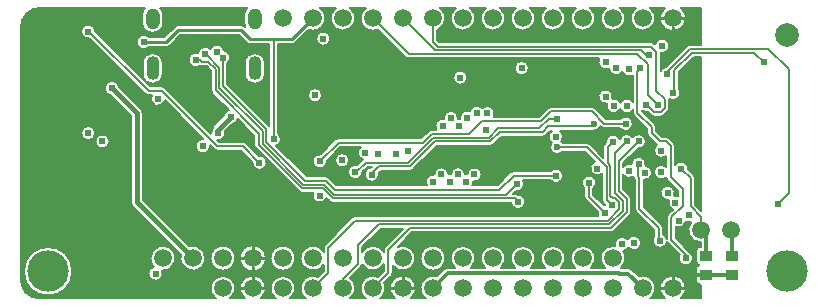
<source format=gbl>
G04 Layer: BottomLayer*
G04 EasyEDA Pro v2.2.34.8, 2025-03-03 01:04:46*
G04 Gerber Generator version 0.3*
G04 Scale: 100 percent, Rotated: No, Reflected: No*
G04 Dimensions in millimeters*
G04 Leading zeros omitted, absolute positions, 4 integers and 5 decimals*
%FSLAX45Y45*%
%MOMM*%
%ADD10C,0.2032*%
%ADD11C,0.254*%
%ADD12C,2.0*%
%ADD13C,3.5*%
%ADD14R,1.0X0.95*%
%ADD15R,1.0X0.95*%
%ADD16R,1.0X0.95*%
%ADD17C,1.5*%
%ADD18O,1.1X2.0*%
%ADD19O,1.2041X1.8*%
%ADD20O,1.2X1.8*%
%ADD21C,0.61*%
%ADD22C,0.6*%
%ADD23C,0.15*%
%ADD24C,0.3*%
%ADD25C,0.25*%
%ADD26C,0.4*%
%ADD27C,0.35*%
%ADD28C,0.2*%
G75*


G04 Copper Start*
G36*
G01X1935163Y40160D02*
G01X1809757Y40160D01*
G03X1750000Y232414I-59757J86840D01*
G03X1690243Y40160I0J-105414D01*
G01X201423Y40160D01*
G01X134079Y59401D01*
G01X87186Y87537D01*
G01X69051Y114739D01*
G01X58264Y142017D01*
G01X40160Y201511D01*
G01X40160Y2348211D01*
G01X57589Y2396149D01*
G01X97208Y2442792D01*
G01X143636Y2482229D01*
G01X201512Y2499840D01*
G01X1090013Y2499840D01*
G03X1065088Y2437503I65488J-62337D01*
G01X1065088Y2377503D01*
G03X1245915Y2377503I90414J0D01*
G01X1245915Y2437503D01*
G03X1220990Y2499840I-90414J0D01*
G01X1955010Y2499840D01*
G03X1930085Y2437503I65488J-62337D01*
G01X1930085Y2377503D01*
G03X1938746Y2338886I90414J0D01*
G01X1935686Y2341946D01*
G03X1905342Y2354515I-30345J-30345D01*
G01X1371601Y2354515D01*
G03X1341257Y2341946I0J-42914D01*
G01X1252224Y2252914D01*
G01X1123233Y2252914D01*
G03X1019087Y2210003I-43232J-42913D01*
G03X1123230Y2167086I60914J-2D01*
G01X1270000Y2167086D01*
G03X1300344Y2179655I0J42914D01*
G01X1389377Y2268687D01*
G01X1887566Y2268687D01*
G01X1952098Y2204155D01*
G03X1982443Y2191586I30345J30345D01*
G01X2142086Y2191586D01*
G01X2142086Y1501532D01*
G01X1787914Y1855704D01*
G01X1787914Y2032324D01*
G03X1808977Y2095238I-37914J47676D01*
G03X1760075Y2140075I-58977J-15238D01*
G03X1706545Y2190561I-60075J-10075D01*
G03X1643465Y2152677I-6545J-60561D01*
G03X1580554Y2167727I-43464J-42677D01*
G03X1539572Y2117679I19446J-57726D01*
G03X1459567Y2052336I-19575J-57683D01*
G03X1553346Y2009022I60430J7661D01*
G03X1571875Y2004186I18529J33078D01*
G01X1612195Y2004186D01*
G01X1650086Y1966295D01*
G01X1650086Y1802000D01*
G03X1661191Y1775191I37914J0D01*
G01X1799148Y1637234D01*
G03X1760176Y1591472I20852J-57234D01*
G01X1674352Y1505648D01*
G03X1659786Y1474482I35648J-35648D01*
G03X1649357Y1434262I50214J-34482D01*
G01X1257309Y1826309D01*
G03X1230500Y1837414I-26809J-26809D01*
G01X1136219Y1837414D01*
G01X670851Y2302782D01*
G03X560969Y2336146I-60850J-2781D01*
G03X625344Y2241052I49031J-36145D01*
G01X1093705Y1772691D01*
G03X1120514Y1761586I26809J26809D01*
G01X1147915Y1761586D01*
G03X1177348Y1673450I52083J-31590D01*
G03X1259486Y1716896I22650J56546D01*
G01X1585742Y1390640D01*
G03X1536924Y1286925I-5745J-60642D01*
G03X1640639Y1335742I43073J43073D01*
G01X1673191Y1303191D01*
G03X1700000Y1292086I26809J26809D01*
G01X1904295Y1292086D01*
G01X1999478Y1196903D01*
G03X2103072Y1146927I60521J-6903D01*
G03X2053097Y1250521I-43073J43073D01*
G01X1946809Y1356809D01*
G03X1919999Y1367914I-26809J-26809D01*
G01X1715705Y1367914D01*
G01X1704262Y1379357D01*
G03X1768449Y1457153I5738J60643D01*
G01X1831472Y1520176D01*
G03X1877234Y1559148I-11472J59824D01*
G01X2016686Y1419696D01*
G01X2016686Y1338058D01*
G03X2027791Y1311249I37914J0D01*
G01X2392450Y946589D01*
G03X2419260Y935484I26809J26809D01*
G01X2514669Y935484D01*
G03X2546684Y853721I55326J-25486D01*
G03X2627138Y888898I23311J56277D01*
G01X2653845Y862191D01*
G03X2680654Y851086I26809J26809D01*
G01X4189742Y851086D01*
G03X4298567Y823234I60258J8914D01*
G03X4242225Y920416I-48567J36766D01*
G03X4221000Y926914I-21225J-31416D01*
G01X4210526Y926914D01*
G01X4233088Y949476D01*
G03X4291768Y1042086I6903J60521D01*
G01X4522324Y1042086D01*
G03X4630914Y1080000I47676J37914D01*
G03X4522324Y1117914I-60914J0D01*
G01X4211046Y1117914D01*
G03X4184237Y1106809I0J-37914D01*
G01X4076341Y998914D01*
G01X3862385Y998914D01*
G03X3870913Y1029768I-52385J31086D01*
G03X3926249Y1129642I9087J60232D01*
G03X3819087Y1090232I-46249J-39642D01*
G03X3800913Y1090232I-9087J-60232D01*
G03X3679086Y1090232I-60913J-232D01*
G03X3660913Y1090232I-9086J-60232D01*
G03X3600000Y1150914I-60913J-232D01*
G03X3539086Y1090232I0J-60914D01*
G03X3477615Y998914I-9086J-60232D01*
G01X2712040Y998914D01*
G01X2648746Y1062207D01*
G03X2621937Y1073312I-26809J-26809D01*
G01X2460645Y1073312D01*
G01X2201100Y1332857D01*
G03X2240145Y1380352I-21100J57143D01*
G03X2217914Y1437676I-60145J9648D01*
G01X2217914Y2191586D01*
G01X2333500Y2191586D01*
G03X2363845Y2204155I0J42914D01*
G01X2474262Y2314573D01*
G03X2605286Y2363909I37738J98427D01*
G03X2571757Y2499840I-93286J49091D01*
G01X2706243Y2499840D01*
G03X2766000Y2307586I59757J-86840D01*
G03X2825757Y2499840I0J105414D01*
G01X2960243Y2499840D01*
G03X2928006Y2361530I59757J-86840D01*
G03X3062742Y2316640I91994J51470D01*
G01X3296191Y2083191D01*
G03X3323000Y2072086I26809J26809D01*
G01X4938222Y2072086D01*
G03X4945757Y1998131I51778J-32086D01*
G03X5019185Y1986533I44243J41869D01*
G03X5132666Y1959393I60815J3467D01*
G03X5222086Y1928224I57324J20603D01*
G01X5222086Y1701584D01*
G03X5115000Y1696182I-52086J-31584D01*
G03X5047395Y1729595I-55000J-26182D01*
G03X4949888Y1795842I-57395J20405D01*
G03X5002605Y1690405I40112J-45842D01*
G03X5036676Y1613728I57395J-20405D01*
G03X5115000Y1643818I23324J56272D01*
G03X5222086Y1638416I55000J26182D01*
G01X5222086Y1610004D01*
G03X5233191Y1583195I37914J0D01*
G01X5342089Y1474296D01*
G01X5342089Y1440001D01*
G03X5353194Y1413191I37914J0D01*
G01X5423194Y1343192D01*
G03X5426071Y1340594I26809J26809D01*
G03X5412501Y1251848I33918J-50597D01*
G03X5502086Y1245971I47488J38149D01*
G01X5502086Y1154037D01*
G03X5399086Y1109864I-42086J-44037D01*
G03X5502282Y1066151I60914J136D01*
G03X5513191Y1043191I37718J3849D01*
G01X5605475Y950906D01*
G01X5605475Y905324D01*
G03X5570628Y910189I-25486J-55326D01*
G03X5478000Y983393I-55631J24813D01*
G03X5524358Y874812I36998J-48391D01*
G03X5559144Y792762I55631J-24813D01*
G01X5519791Y753409D01*
G03X5508686Y726600I26809J-26809D01*
G01X5508686Y546284D01*
G03X5477914Y584135I-58697J-16285D01*
G01X5477914Y635051D01*
G03X5466809Y661860I-37914J0D01*
G01X5314518Y814151D01*
G01X5314518Y1045000D01*
G03X5385472Y1097644I10486J60005D01*
G03X5329219Y1165772I-60468J7360D01*
G03X5276075Y1240607I-59230J14226D01*
G03X5209114Y1177832I-6086J-60609D01*
G03X5138914Y1153191I-19124J-57834D01*
G01X5138914Y1185303D01*
G01X5263086Y1309476D01*
G03X5325495Y1395089I6903J60521D01*
G03X5219996Y1404799I-55506J-25091D01*
G03X5160214Y1430123I-49996J-34799D01*
G03X5111549Y1387147I9786J-60123D01*
G03X5040780Y1428376I-58084J-18350D01*
G03X4992944Y1361894I12685J-59578D01*
G01X4983191Y1352141D01*
G03X4972086Y1325332I26809J-26809D01*
G01X4972086Y1231533D01*
G01X4856819Y1346799D01*
G03X4830010Y1357904I-26809J-26809D01*
G01X4627046Y1357904D01*
G03X4615158Y1369127I-47036J-37914D01*
G03X4606596Y1458686I-45168J40870D01*
G01X4866600Y1458686D01*
G03X4878646Y1460650I0J37914D01*
G03X4946552Y1498763I11344J59339D01*
G01X4952124Y1493191D01*
G03X4978933Y1482086I26809J26809D01*
G01X5112324Y1482086D01*
G03X5220914Y1520000I47676J37914D01*
G03X5112324Y1557914I-60914J0D01*
G01X4994638Y1557914D01*
G01X4902343Y1650209D01*
G03X4875533Y1661314I-26809J-26809D01*
G01X4529560Y1661314D01*
G03X4502750Y1650209I0J-37914D01*
G01X4430455Y1577914D01*
G01X4041778Y1577914D01*
G03X4026727Y1658596I-51778J32086D01*
G03X3945000Y1651055I-36727J-48596D01*
G03X3841504Y1626992I-45000J-41055D01*
G03X3759895Y1560105I-21504J-56992D01*
G03X3750000Y1560914I-9895J-60105D01*
G03X3740105Y1560105I0J-60914D01*
G03X3680000Y1630914I-60105J9895D01*
G03X3619895Y1560105I0J-60914D01*
G03X3560026Y1534830I-9895J-60105D01*
G03X3557035Y1469914I49974J-34830D01*
G01X3518159Y1469914D01*
G03X3491350Y1458809I0J-37914D01*
G01X3430455Y1397914D01*
G01X2729997Y1397914D01*
G03X2703188Y1386809I0J-37914D01*
G01X2576898Y1260519D01*
G03X2526922Y1156925I-6903J-60521D01*
G03X2630516Y1206901I43073J43073D01*
G01X2745702Y1322086D01*
G01X2916319Y1322086D01*
G03X2934353Y1217923I38850J-46917D01*
G01X2933191Y1216809D01*
G01X2885331Y1168949D01*
G03X2820968Y1073846I-15337J-58952D01*
G03X2930845Y1107227I49026J36152D01*
G01X2975704Y1152086D01*
G01X3009468Y1152086D01*
G01X3007337Y1149956D01*
G03X2973771Y1040132I2663J-60856D01*
G03X3068973Y1104355I36230J48969D01*
G01X3085704Y1121086D01*
G01X3332840Y1121086D01*
G03X3359649Y1132191I0J37914D01*
G01X3559545Y1332086D01*
G01X4013840Y1332086D01*
G03X4040650Y1343191I0J37914D01*
G01X4108545Y1411086D01*
G01X4459000Y1411086D01*
G03X4485809Y1422191I0J37914D01*
G01X4522304Y1458686D01*
G01X4533386Y1458686D01*
G03X4534916Y1360195I36605J-48689D01*
G03X4540938Y1273911I45093J-40205D01*
G03X4627046Y1282076I39071J46079D01*
G01X4814306Y1282076D01*
G01X4899148Y1197234D01*
G03X4868264Y1107847I20852J-57234D01*
G03X4962086Y1095963I51737J32153D01*
G01X4962086Y872188D01*
G03X4973191Y845379I37914J0D01*
G01X4983106Y835463D01*
G03X4982714Y828380I60521J-6903D01*
G03X4975631Y827988I-180J-60914D01*
G01X4887017Y916602D01*
G01X4887017Y973223D01*
G03X4849103Y1081813I-37914J47676D01*
G03X4811189Y973223I0J-60914D01*
G01X4811189Y900897D01*
G03X4822293Y874088I37914J0D01*
G01X4922013Y774369D01*
G03X4929269Y737914I60522J-6903D01*
G01X2870000Y737914D01*
G03X2843191Y726809I0J-37914D01*
G01X2613191Y496809D01*
G03X2602086Y470000I26809J-26809D01*
G01X2602086Y435741D01*
G03X2406586Y381000I-90086J-54741D01*
G03X2602086Y326259I105414J0D01*
G01X2602086Y270704D01*
G01X2554742Y223360D01*
G03X2420006Y178470I-42742J-96360D01*
G03X2452243Y40160I91994J-51470D01*
G01X2317757Y40160D01*
G03X2258000Y232414I-59757J86840D01*
G03X2198243Y40160I0J-105414D01*
G01X2072837Y40160D01*
G03X2004000Y237814I-68837J86840D01*
G03X1935163Y40160I0J-110814D01*
G37*
%LPC*%
G36*
G01X64586Y270000D02*
G03X475414Y270000I205414J0D01*
G03X64586Y270000I-205414J0D01*
G37*
G36*
G01X549086Y1440000D02*
G03X670914Y1440000I60914J0D01*
G03X549086Y1440000I-60914J0D01*
G37*
G36*
G01X669086Y1370000D02*
G03X790914Y1370000I60914J0D01*
G03X669086Y1370000I-60914J0D01*
G37*
G36*
G01X969586Y857000D02*
G03X984352Y821352I50414J0D01*
G01X1394890Y410814D01*
G03X1570539Y306461I101110J-29814D01*
G03X1466186Y482110I-74539J74539D01*
G01X1070414Y877882D01*
G01X1070414Y1610001D01*
G03X1055648Y1645649I-50414J0D01*
G01X869824Y1831473D01*
G03X766928Y1863074I-59824J-11472D01*
G03X798528Y1760177I43073J-43073D01*
G01X969586Y1589119D01*
G01X969586Y857000D01*
G37*
G36*
G01X1240915Y1942488D02*
G01X1240915Y2032488D01*
G03X1070088Y2032488I-85414J0D01*
G01X1070088Y1942488D01*
G03X1240915Y1942488I85414J0D01*
G37*
G36*
G01X1153942Y194941D02*
G03X1235177Y275807I26058J55059D01*
G03X1287095Y476281I6823J105193D01*
G03X1164976Y309032I-45095J-95281D01*
G03X1153942Y194941I15024J-59032D01*
G37*
G36*
G01X1855414Y381000D02*
G03X1644586Y381000I-105414J0D01*
G03X1855414Y381000I105414J0D01*
G37*
G36*
G01X2114814Y381000D02*
G03X1893186Y381000I-110814J0D01*
G03X2114814Y381000I110814J0D01*
G37*
G36*
G01X2105912Y1942488D02*
G01X2105912Y2032488D01*
G03X1935085Y2032488I-85414J0D01*
G01X1935085Y1942488D01*
G03X2105912Y1942488I85414J0D01*
G37*
G36*
G01X2363414Y381000D02*
G03X2152586Y381000I-105414J0D01*
G03X2363414Y381000I105414J0D01*
G37*
G36*
G01X2469086Y1760000D02*
G03X2590914Y1760000I60914J0D01*
G03X2469086Y1760000I-60914J0D01*
G37*
G36*
G01X2539086Y2240000D02*
G03X2660914Y2240000I60914J0D01*
G03X2539086Y2240000I-60914J0D01*
G37*
G36*
G01X2699086Y1210000D02*
G03X2820914Y1210000I60914J0D01*
G03X2699086Y1210000I-60914J0D01*
G37*
G36*
G01X3699086Y1910000D02*
G03X3820914Y1910000I60914J0D01*
G03X3699086Y1910000I-60914J0D01*
G37*
G36*
G01X4219086Y1990000D02*
G03X4340914Y1990000I60914J0D01*
G03X4219086Y1990000I-60914J0D01*
G37*
%LPD*%
G36*
G01X2960243Y40160D02*
G01X2825757Y40160D01*
G03X2826760Y213141I-59757J86840D01*
G01X2916809Y303191D01*
G03X2927913Y329697I-26809J26809D01*
G03X3112086Y329694I92087J51303D01*
G01X3112086Y272704D01*
G01X3062742Y223360D01*
G03X2928006Y178470I-42742J-96360D01*
G03X2960243Y40160I91994J-51470D01*
G37*
G36*
G01X3277468Y631086D02*
G01X3123191Y476809D01*
G03X3112086Y450000I26809J-26809D01*
G01X3112086Y432306D01*
G03X2927914Y432306I-92086J-51306D01*
G01X2927914Y474296D01*
G01X3084705Y631086D01*
G01X3277468Y631086D01*
G37*
G36*
G01X3205163Y40160D02*
G01X3079757Y40160D01*
G03X3116360Y169742I-59757J86840D01*
G01X3176809Y230191D01*
G03X3187914Y257000I-26809J26809D01*
G01X3187914Y320162D01*
G03X3375695Y353247I86086J60838D01*
G03X3230752Y477134I-101695J27753D01*
G01X3353705Y600086D01*
G01X5035681Y600086D01*
G03X5062490Y611191I0J37914D01*
G01X5195837Y744538D01*
G03X5206942Y771347I-26809J26809D01*
G01X5206942Y880502D01*
G03X5195837Y907311I-37914J0D01*
G01X5138914Y964234D01*
G01X5138914Y1086805D01*
G03X5224650Y1069906I51076J33193D01*
G03X5234795Y1051574I36954J8477D01*
G01X5238690Y1047679D01*
G01X5238690Y798447D01*
G03X5249795Y771638I37914J0D01*
G01X5402086Y619346D01*
G01X5402086Y567626D01*
G03X5426405Y473836I47903J-37627D01*
G03X5510395Y522146I23584J56163D01*
G03X5519791Y506591I36205J11254D01*
G01X5616769Y409613D01*
G03X5685745Y321156I53231J-29613D01*
G03X5701331Y432239I-15745J58844D01*
G01X5700209Y433409D01*
G01X5584514Y549105D01*
G01X5584514Y644674D01*
G03X5638098Y645954I25486J55326D01*
G03X5669927Y689079I-28098J54046D01*
G03X5713352Y685432I26473J54861D01*
G03X5794586Y514596I82648J-65432D01*
G01X5794586Y477914D01*
G01X5790000Y477914D01*
G03X5759586Y447500I0J-30414D01*
G01X5759586Y352500D01*
G03X5783675Y322751I30414J0D01*
G03X5754186Y287500I6325J-35251D01*
G01X5754186Y192500D01*
G03X5790000Y156686I35814J0D01*
G01X5799840Y156686D01*
G01X5799840Y40160D01*
G01X5628837Y40160D01*
G03X5560000Y237814I-68837J86840D01*
G03X5491163Y40160I0J-110814D01*
G01X5365757Y40160D01*
G03X5400544Y173622I-59757J86840D01*
G03X5273486Y227274I-94544J-46622D01*
G01X5216880Y283880D01*
G03X5183000Y297914I-33880J-33880D01*
G01X5119259Y297914D01*
G01X5117558Y298451D01*
G03X5139473Y439827I-65557J82549D01*
G03X5183427Y470742I-9473J60173D01*
G03X5290614Y516061I46576J39258D01*
G03X5176576Y539258I-60612J-6061D01*
G03X5102017Y554106I-46576J-39258D01*
G03X5071044Y484679I27983J-54106D01*
G03X4956677Y426006I-19044J-103679D01*
G03X4984044Y300414I95323J-45006D01*
G01X4865956Y300414D01*
G03X4798000Y486414I-67956J80586D01*
G03X4730044Y300414I0J-105414D01*
G01X4611956Y300414D01*
G03X4544000Y486414I-67956J80586D01*
G03X4476044Y300414I0J-105414D01*
G01X4357956Y300414D01*
G03X4290000Y486414I-67956J80586D01*
G03X4222044Y300414I0J-105414D01*
G01X4103956Y300414D01*
G03X4036000Y486414I-67956J80586D01*
G03X3968044Y300414I0J-105414D01*
G01X3849956Y300414D01*
G03X3782000Y486414I-67956J80586D01*
G03X3714044Y300414I0J-105414D01*
G01X3653500Y300414D01*
G03X3619620Y286380I0J-47914D01*
G01X3560514Y227274D01*
G03X3433456Y173622I-32514J-100274D01*
G03X3468243Y40160I94544J-46622D01*
G01X3342837Y40160D01*
G03X3274000Y237814I-68837J86840D01*
G03X3205163Y40160I0J-110814D01*
G37*
%LPC*%
G36*
G01X3633414Y381000D02*
G03X3422586Y381000I-105414J0D01*
G03X3633414Y381000I105414J0D01*
G37*
%LPD*%
G36*
G01X3565914Y2314640D02*
G03X3587757Y2499840I-37914J98360D01*
G01X3722243Y2499840D01*
G03X3782000Y2307586I59757J-86840D01*
G03X3841757Y2499840I0J105414D01*
G01X3976243Y2499840D01*
G03X4036000Y2307586I59757J-86840D01*
G03X4095757Y2499840I0J105414D01*
G01X4230243Y2499840D01*
G03X4290000Y2307586I59757J-86840D01*
G03X4349757Y2499840I0J105414D01*
G01X4484243Y2499840D01*
G03X4544000Y2307586I59757J-86840D01*
G03X4603757Y2499840I0J105414D01*
G01X4738243Y2499840D01*
G03X4798000Y2307586I59757J-86840D01*
G03X4857757Y2499840I0J105414D01*
G01X4992243Y2499840D01*
G03X5052000Y2307586I59757J-86840D01*
G03X5111757Y2499840I0J105414D01*
G01X5246243Y2499840D01*
G03X5306000Y2307586I59757J-86840D01*
G03X5365757Y2499840I0J105414D01*
G01X5491163Y2499840D01*
G03X5560000Y2302186I68837J-86840D01*
G03X5628837Y2499840I0J110814D01*
G01X5799840Y2499840D01*
G01X5799840Y2188914D01*
G01X5707160Y2188914D01*
G03X5680350Y2177809I0J-37914D01*
G01X5503055Y2000514D01*
G03X5456153Y1968496I6934J-60518D01*
G01X5456153Y2120681D01*
G03X5521382Y2212717I13847J59319D01*
G03X5410392Y2192548I-51382J-32717D01*
G01X5404131Y2198809D01*
G03X5377322Y2209914I-26809J-26809D01*
G01X3583704Y2209914D01*
G01X3565914Y2227704D01*
G01X3565914Y2314640D01*
G37*
G36*
G01X5735704Y2082086D02*
G01X5799840Y2082086D01*
G01X5799840Y783778D01*
G01X5747914Y835704D01*
G01X5747914Y1059986D01*
G03X5736809Y1086796I-37914J0D01*
G01X5690510Y1133095D01*
G03X5649699Y1197634I-60521J6903D01*
G03X5577914Y1171600I-19711J-57637D01*
G01X5577914Y1330004D01*
G03X5566809Y1356813I-37914J0D01*
G01X5526812Y1396810D01*
G03X5500003Y1407915I-26809J-26809D01*
G01X5465707Y1407915D01*
G01X5417917Y1455705D01*
G01X5417917Y1490001D01*
G03X5406812Y1516810I-37914J0D01*
G01X5297914Y1625708D01*
G01X5297914Y1628222D01*
G03X5345602Y1621118I32086J51778D01*
G01X5376930Y1589791D01*
G03X5403739Y1578686I26809J26809D01*
G01X5456261Y1578686D01*
G03X5483070Y1589791I0J37914D01*
G01X5520209Y1626930D01*
G03X5531314Y1653739I-26809J26809D01*
G01X5531314Y1726600D01*
G01X5531307Y1727326D01*
G03X5608794Y1738482I32092J51774D01*
G03X5611303Y1816727I-45394J40619D01*
G01X5611303Y1957685D01*
G01X5735704Y2082086D01*
G37*
G54D10*
G01X1935163Y40160D02*
G01X1809757Y40160D01*
G03X1750000Y232414I-59757J86840D01*
G03X1690243Y40160I0J-105414D01*
G01X201423Y40160D01*
G01X134079Y59401D01*
G01X87186Y87537D01*
G01X69051Y114739D01*
G01X58264Y142017D01*
G01X40160Y201511D01*
G01X40160Y2348211D01*
G01X57589Y2396149D01*
G01X97208Y2442792D01*
G01X143636Y2482229D01*
G01X201512Y2499840D01*
G01X1090013Y2499840D01*
G03X1065088Y2437503I65488J-62337D01*
G01X1065088Y2377503D01*
G03X1245915Y2377503I90414J0D01*
G01X1245915Y2437503D01*
G03X1220990Y2499840I-90414J0D01*
G01X1955010Y2499840D01*
G03X1930085Y2437503I65488J-62337D01*
G01X1930085Y2377503D01*
G03X1938746Y2338886I90414J0D01*
G01X1935686Y2341946D01*
G03X1905342Y2354515I-30345J-30345D01*
G01X1371601Y2354515D01*
G03X1341257Y2341946I0J-42914D01*
G01X1252224Y2252914D01*
G01X1123233Y2252914D01*
G03X1019087Y2210003I-43232J-42913D01*
G03X1123230Y2167086I60914J-2D01*
G01X1270000Y2167086D01*
G03X1300344Y2179655I0J42914D01*
G01X1389377Y2268687D01*
G01X1887566Y2268687D01*
G01X1952098Y2204155D01*
G03X1982443Y2191586I30345J30345D01*
G01X2142086Y2191586D01*
G01X2142086Y1501532D01*
G01X1787914Y1855704D01*
G01X1787914Y2032324D01*
G03X1808977Y2095238I-37914J47676D01*
G03X1760075Y2140075I-58977J-15238D01*
G03X1706545Y2190561I-60075J-10075D01*
G03X1643465Y2152677I-6545J-60561D01*
G03X1580554Y2167727I-43464J-42677D01*
G03X1539572Y2117679I19446J-57726D01*
G03X1459567Y2052336I-19575J-57683D01*
G03X1553346Y2009022I60430J7661D01*
G03X1571875Y2004186I18529J33078D01*
G01X1612195Y2004186D01*
G01X1650086Y1966295D01*
G01X1650086Y1802000D01*
G03X1661191Y1775191I37914J0D01*
G01X1799148Y1637234D01*
G03X1760176Y1591472I20852J-57234D01*
G01X1674352Y1505648D01*
G03X1659786Y1474482I35648J-35648D01*
G03X1649357Y1434262I50214J-34482D01*
G01X1257309Y1826309D01*
G03X1230500Y1837414I-26809J-26809D01*
G01X1136219Y1837414D01*
G01X670851Y2302782D01*
G03X560969Y2336146I-60850J-2781D01*
G03X625344Y2241052I49031J-36145D01*
G01X1093705Y1772691D01*
G03X1120514Y1761586I26809J26809D01*
G01X1147915Y1761586D01*
G03X1177348Y1673450I52083J-31590D01*
G03X1259486Y1716896I22650J56546D01*
G01X1585742Y1390640D01*
G03X1536924Y1286925I-5745J-60642D01*
G03X1640639Y1335742I43073J43073D01*
G01X1673191Y1303191D01*
G03X1700000Y1292086I26809J26809D01*
G01X1904295Y1292086D01*
G01X1999478Y1196903D01*
G03X2103072Y1146927I60521J-6903D01*
G03X2053097Y1250521I-43073J43073D01*
G01X1946809Y1356809D01*
G03X1919999Y1367914I-26809J-26809D01*
G01X1715705Y1367914D01*
G01X1704262Y1379357D01*
G03X1768449Y1457153I5738J60643D01*
G01X1831472Y1520176D01*
G03X1877234Y1559148I-11472J59824D01*
G01X2016686Y1419696D01*
G01X2016686Y1338058D01*
G03X2027791Y1311249I37914J0D01*
G01X2392450Y946589D01*
G03X2419260Y935484I26809J26809D01*
G01X2514669Y935484D01*
G03X2546684Y853721I55326J-25486D01*
G03X2627138Y888898I23311J56277D01*
G01X2653845Y862191D01*
G03X2680654Y851086I26809J26809D01*
G01X4189742Y851086D01*
G03X4298567Y823234I60258J8914D01*
G03X4242225Y920416I-48567J36766D01*
G03X4221000Y926914I-21225J-31416D01*
G01X4210526Y926914D01*
G01X4233088Y949476D01*
G03X4291768Y1042086I6903J60521D01*
G01X4522324Y1042086D01*
G03X4630914Y1080000I47676J37914D01*
G03X4522324Y1117914I-60914J0D01*
G01X4211046Y1117914D01*
G03X4184237Y1106809I0J-37914D01*
G01X4076341Y998914D01*
G01X3862385Y998914D01*
G03X3870913Y1029768I-52385J31086D01*
G03X3926249Y1129642I9087J60232D01*
G03X3819087Y1090232I-46249J-39642D01*
G03X3800913Y1090232I-9087J-60232D01*
G03X3679086Y1090232I-60913J-232D01*
G03X3660913Y1090232I-9086J-60232D01*
G03X3600000Y1150914I-60913J-232D01*
G03X3539086Y1090232I0J-60914D01*
G03X3477615Y998914I-9086J-60232D01*
G01X2712040Y998914D01*
G01X2648746Y1062207D01*
G03X2621937Y1073312I-26809J-26809D01*
G01X2460645Y1073312D01*
G01X2201100Y1332857D01*
G03X2240145Y1380352I-21100J57143D01*
G03X2217914Y1437676I-60145J9648D01*
G01X2217914Y2191586D01*
G01X2333500Y2191586D01*
G03X2363845Y2204155I0J42914D01*
G01X2474262Y2314573D01*
G03X2605286Y2363909I37738J98427D01*
G03X2571757Y2499840I-93286J49091D01*
G01X2706243Y2499840D01*
G03X2766000Y2307586I59757J-86840D01*
G03X2825757Y2499840I0J105414D01*
G01X2960243Y2499840D01*
G03X2928006Y2361530I59757J-86840D01*
G03X3062742Y2316640I91994J51470D01*
G01X3296191Y2083191D01*
G03X3323000Y2072086I26809J26809D01*
G01X4938222Y2072086D01*
G03X4945757Y1998131I51778J-32086D01*
G03X5019185Y1986533I44243J41869D01*
G03X5132666Y1959393I60815J3467D01*
G03X5222086Y1928224I57324J20603D01*
G01X5222086Y1701584D01*
G03X5115000Y1696182I-52086J-31584D01*
G03X5047395Y1729595I-55000J-26182D01*
G03X4949888Y1795842I-57395J20405D01*
G03X5002605Y1690405I40112J-45842D01*
G03X5036676Y1613728I57395J-20405D01*
G03X5115000Y1643818I23324J56272D01*
G03X5222086Y1638416I55000J26182D01*
G01X5222086Y1610004D01*
G03X5233191Y1583195I37914J0D01*
G01X5342089Y1474296D01*
G01X5342089Y1440001D01*
G03X5353194Y1413191I37914J0D01*
G01X5423194Y1343192D01*
G03X5426071Y1340594I26809J26809D01*
G03X5412501Y1251848I33918J-50597D01*
G03X5502086Y1245971I47488J38149D01*
G01X5502086Y1154037D01*
G03X5399086Y1109864I-42086J-44037D01*
G03X5502282Y1066151I60914J136D01*
G03X5513191Y1043191I37718J3849D01*
G01X5605475Y950906D01*
G01X5605475Y905324D01*
G03X5570628Y910189I-25486J-55326D01*
G03X5478000Y983393I-55631J24813D01*
G03X5524358Y874812I36998J-48391D01*
G03X5559144Y792762I55631J-24813D01*
G01X5519791Y753409D01*
G03X5508686Y726600I26809J-26809D01*
G01X5508686Y546284D01*
G03X5477914Y584135I-58697J-16285D01*
G01X5477914Y635051D01*
G03X5466809Y661860I-37914J0D01*
G01X5314518Y814151D01*
G01X5314518Y1045000D01*
G03X5385472Y1097644I10486J60005D01*
G03X5329219Y1165772I-60468J7360D01*
G03X5276075Y1240607I-59230J14226D01*
G03X5209114Y1177832I-6086J-60609D01*
G03X5138914Y1153191I-19124J-57834D01*
G01X5138914Y1185303D01*
G01X5263086Y1309476D01*
G03X5325495Y1395089I6903J60521D01*
G03X5219996Y1404799I-55506J-25091D01*
G03X5160214Y1430123I-49996J-34799D01*
G03X5111549Y1387147I9786J-60123D01*
G03X5040780Y1428376I-58084J-18350D01*
G03X4992944Y1361894I12685J-59578D01*
G01X4983191Y1352141D01*
G03X4972086Y1325332I26809J-26809D01*
G01X4972086Y1231533D01*
G01X4856819Y1346799D01*
G03X4830010Y1357904I-26809J-26809D01*
G01X4627046Y1357904D01*
G03X4615158Y1369127I-47036J-37914D01*
G03X4606596Y1458686I-45168J40870D01*
G01X4866600Y1458686D01*
G03X4878646Y1460650I0J37914D01*
G03X4946552Y1498763I11344J59339D01*
G01X4952124Y1493191D01*
G03X4978933Y1482086I26809J26809D01*
G01X5112324Y1482086D01*
G03X5220914Y1520000I47676J37914D01*
G03X5112324Y1557914I-60914J0D01*
G01X4994638Y1557914D01*
G01X4902343Y1650209D01*
G03X4875533Y1661314I-26809J-26809D01*
G01X4529560Y1661314D01*
G03X4502750Y1650209I0J-37914D01*
G01X4430455Y1577914D01*
G01X4041778Y1577914D01*
G03X4026727Y1658596I-51778J32086D01*
G03X3945000Y1651055I-36727J-48596D01*
G03X3841504Y1626992I-45000J-41055D01*
G03X3759895Y1560105I-21504J-56992D01*
G03X3750000Y1560914I-9895J-60105D01*
G03X3740105Y1560105I0J-60914D01*
G03X3680000Y1630914I-60105J9895D01*
G03X3619895Y1560105I0J-60914D01*
G03X3560026Y1534830I-9895J-60105D01*
G03X3557035Y1469914I49974J-34830D01*
G01X3518159Y1469914D01*
G03X3491350Y1458809I0J-37914D01*
G01X3430455Y1397914D01*
G01X2729997Y1397914D01*
G03X2703188Y1386809I0J-37914D01*
G01X2576898Y1260519D01*
G03X2526922Y1156925I-6903J-60521D01*
G03X2630516Y1206901I43073J43073D01*
G01X2745702Y1322086D01*
G01X2916319Y1322086D01*
G03X2934353Y1217923I38850J-46917D01*
G01X2933191Y1216809D01*
G01X2885331Y1168949D01*
G03X2820968Y1073846I-15337J-58952D01*
G03X2930845Y1107227I49026J36152D01*
G01X2975704Y1152086D01*
G01X3009468Y1152086D01*
G01X3007337Y1149956D01*
G03X2973771Y1040132I2663J-60856D01*
G03X3068973Y1104355I36230J48969D01*
G01X3085704Y1121086D01*
G01X3332840Y1121086D01*
G03X3359649Y1132191I0J37914D01*
G01X3559545Y1332086D01*
G01X4013840Y1332086D01*
G03X4040650Y1343191I0J37914D01*
G01X4108545Y1411086D01*
G01X4459000Y1411086D01*
G03X4485809Y1422191I0J37914D01*
G01X4522304Y1458686D01*
G01X4533386Y1458686D01*
G03X4534916Y1360195I36605J-48689D01*
G03X4540938Y1273911I45093J-40205D01*
G03X4627046Y1282076I39071J46079D01*
G01X4814306Y1282076D01*
G01X4899148Y1197234D01*
G03X4868264Y1107847I20852J-57234D01*
G03X4962086Y1095963I51737J32153D01*
G01X4962086Y872188D01*
G03X4973191Y845379I37914J0D01*
G01X4983106Y835463D01*
G03X4982714Y828380I60521J-6903D01*
G03X4975631Y827988I-180J-60914D01*
G01X4887017Y916602D01*
G01X4887017Y973223D01*
G03X4849103Y1081813I-37914J47676D01*
G03X4811189Y973223I0J-60914D01*
G01X4811189Y900897D01*
G03X4822293Y874088I37914J0D01*
G01X4922013Y774369D01*
G03X4929269Y737914I60522J-6903D01*
G01X2870000Y737914D01*
G03X2843191Y726809I0J-37914D01*
G01X2613191Y496809D01*
G03X2602086Y470000I26809J-26809D01*
G01X2602086Y435741D01*
G03X2406586Y381000I-90086J-54741D01*
G03X2602086Y326259I105414J0D01*
G01X2602086Y270704D01*
G01X2554742Y223360D01*
G03X2420006Y178470I-42742J-96360D01*
G03X2452243Y40160I91994J-51470D01*
G01X2317757Y40160D01*
G03X2258000Y232414I-59757J86840D01*
G03X2198243Y40160I0J-105414D01*
G01X2072837Y40160D01*
G03X2004000Y237814I-68837J86840D01*
G03X1935163Y40160I0J-110814D01*
G01X64586Y270000D02*
G03X475414Y270000I205414J0D01*
G03X64586Y270000I-205414J0D01*
G01X549086Y1440000D02*
G03X670914Y1440000I60914J0D01*
G03X549086Y1440000I-60914J0D01*
G01X669086Y1370000D02*
G03X790914Y1370000I60914J0D01*
G03X669086Y1370000I-60914J0D01*
G01X969586Y857000D02*
G03X984352Y821352I50414J0D01*
G01X1394890Y410814D01*
G03X1570539Y306461I101110J-29814D01*
G03X1466186Y482110I-74539J74539D01*
G01X1070414Y877882D01*
G01X1070414Y1610001D01*
G03X1055648Y1645649I-50414J0D01*
G01X869824Y1831473D01*
G03X766928Y1863074I-59824J-11472D01*
G03X798528Y1760177I43073J-43073D01*
G01X969586Y1589119D01*
G01X969586Y857000D01*
G01X1240915Y1942488D02*
G01X1240915Y2032488D01*
G03X1070088Y2032488I-85414J0D01*
G01X1070088Y1942488D01*
G03X1240915Y1942488I85414J0D01*
G01X1153942Y194941D02*
G03X1235177Y275807I26058J55059D01*
G03X1287095Y476281I6823J105193D01*
G03X1164976Y309032I-45095J-95281D01*
G03X1153942Y194941I15024J-59032D01*
G01X1855414Y381000D02*
G03X1644586Y381000I-105414J0D01*
G03X1855414Y381000I105414J0D01*
G01X2114814Y381000D02*
G03X1893186Y381000I-110814J0D01*
G03X2114814Y381000I110814J0D01*
G01X2105912Y1942488D02*
G01X2105912Y2032488D01*
G03X1935085Y2032488I-85414J0D01*
G01X1935085Y1942488D01*
G03X2105912Y1942488I85414J0D01*
G01X2363414Y381000D02*
G03X2152586Y381000I-105414J0D01*
G03X2363414Y381000I105414J0D01*
G01X2469086Y1760000D02*
G03X2590914Y1760000I60914J0D01*
G03X2469086Y1760000I-60914J0D01*
G01X2539086Y2240000D02*
G03X2660914Y2240000I60914J0D01*
G03X2539086Y2240000I-60914J0D01*
G01X2699086Y1210000D02*
G03X2820914Y1210000I60914J0D01*
G03X2699086Y1210000I-60914J0D01*
G01X3699086Y1910000D02*
G03X3820914Y1910000I60914J0D01*
G03X3699086Y1910000I-60914J0D01*
G01X4219086Y1990000D02*
G03X4340914Y1990000I60914J0D01*
G03X4219086Y1990000I-60914J0D01*
G01X2960243Y40160D02*
G01X2825757Y40160D01*
G03X2826760Y213141I-59757J86840D01*
G01X2916809Y303191D01*
G03X2927913Y329697I-26809J26809D01*
G03X3112086Y329694I92087J51303D01*
G01X3112086Y272704D01*
G01X3062742Y223360D01*
G03X2928006Y178470I-42742J-96360D01*
G03X2960243Y40160I91994J-51470D01*
G01X3277468Y631086D02*
G01X3123191Y476809D01*
G03X3112086Y450000I26809J-26809D01*
G01X3112086Y432306D01*
G03X2927914Y432306I-92086J-51306D01*
G01X2927914Y474296D01*
G01X3084705Y631086D01*
G01X3277468Y631086D01*
G01X3205163Y40160D02*
G01X3079757Y40160D01*
G03X3116360Y169742I-59757J86840D01*
G01X3176809Y230191D01*
G03X3187914Y257000I-26809J26809D01*
G01X3187914Y320162D01*
G03X3375695Y353247I86086J60838D01*
G03X3230752Y477134I-101695J27753D01*
G01X3353705Y600086D01*
G01X5035681Y600086D01*
G03X5062490Y611191I0J37914D01*
G01X5195837Y744538D01*
G03X5206942Y771347I-26809J26809D01*
G01X5206942Y880502D01*
G03X5195837Y907311I-37914J0D01*
G01X5138914Y964234D01*
G01X5138914Y1086805D01*
G03X5224650Y1069906I51076J33193D01*
G03X5234795Y1051574I36954J8477D01*
G01X5238690Y1047679D01*
G01X5238690Y798447D01*
G03X5249795Y771638I37914J0D01*
G01X5402086Y619346D01*
G01X5402086Y567626D01*
G03X5426405Y473836I47903J-37627D01*
G03X5510395Y522146I23584J56163D01*
G03X5519791Y506591I36205J11254D01*
G01X5616769Y409613D01*
G03X5685745Y321156I53231J-29613D01*
G03X5701331Y432239I-15745J58844D01*
G01X5700209Y433409D01*
G01X5584514Y549105D01*
G01X5584514Y644674D01*
G03X5638098Y645954I25486J55326D01*
G03X5669927Y689079I-28098J54046D01*
G03X5713352Y685432I26473J54861D01*
G03X5794586Y514596I82648J-65432D01*
G01X5794586Y477914D01*
G01X5790000Y477914D01*
G03X5759586Y447500I0J-30414D01*
G01X5759586Y352500D01*
G03X5783675Y322751I30414J0D01*
G03X5754186Y287500I6325J-35251D01*
G01X5754186Y192500D01*
G03X5790000Y156686I35814J0D01*
G01X5799840Y156686D01*
G01X5799840Y40160D01*
G01X5628837Y40160D01*
G03X5560000Y237814I-68837J86840D01*
G03X5491163Y40160I0J-110814D01*
G01X5365757Y40160D01*
G03X5400544Y173622I-59757J86840D01*
G03X5273486Y227274I-94544J-46622D01*
G01X5216880Y283880D01*
G03X5183000Y297914I-33880J-33880D01*
G01X5119259Y297914D01*
G01X5117558Y298451D01*
G03X5139473Y439827I-65557J82549D01*
G03X5183427Y470742I-9473J60173D01*
G03X5290614Y516061I46576J39258D01*
G03X5176576Y539258I-60612J-6061D01*
G03X5102017Y554106I-46576J-39258D01*
G03X5071044Y484679I27983J-54106D01*
G03X4956677Y426006I-19044J-103679D01*
G03X4984044Y300414I95323J-45006D01*
G01X4865956Y300414D01*
G03X4798000Y486414I-67956J80586D01*
G03X4730044Y300414I0J-105414D01*
G01X4611956Y300414D01*
G03X4544000Y486414I-67956J80586D01*
G03X4476044Y300414I0J-105414D01*
G01X4357956Y300414D01*
G03X4290000Y486414I-67956J80586D01*
G03X4222044Y300414I0J-105414D01*
G01X4103956Y300414D01*
G03X4036000Y486414I-67956J80586D01*
G03X3968044Y300414I0J-105414D01*
G01X3849956Y300414D01*
G03X3782000Y486414I-67956J80586D01*
G03X3714044Y300414I0J-105414D01*
G01X3653500Y300414D01*
G03X3619620Y286380I0J-47914D01*
G01X3560514Y227274D01*
G03X3433456Y173622I-32514J-100274D01*
G03X3468243Y40160I94544J-46622D01*
G01X3342837Y40160D01*
G03X3274000Y237814I-68837J86840D01*
G03X3205163Y40160I0J-110814D01*
G01X3633414Y381000D02*
G03X3422586Y381000I-105414J0D01*
G03X3633414Y381000I105414J0D01*
G01X3565914Y2314640D02*
G03X3587757Y2499840I-37914J98360D01*
G01X3722243Y2499840D01*
G03X3782000Y2307586I59757J-86840D01*
G03X3841757Y2499840I0J105414D01*
G01X3976243Y2499840D01*
G03X4036000Y2307586I59757J-86840D01*
G03X4095757Y2499840I0J105414D01*
G01X4230243Y2499840D01*
G03X4290000Y2307586I59757J-86840D01*
G03X4349757Y2499840I0J105414D01*
G01X4484243Y2499840D01*
G03X4544000Y2307586I59757J-86840D01*
G03X4603757Y2499840I0J105414D01*
G01X4738243Y2499840D01*
G03X4798000Y2307586I59757J-86840D01*
G03X4857757Y2499840I0J105414D01*
G01X4992243Y2499840D01*
G03X5052000Y2307586I59757J-86840D01*
G03X5111757Y2499840I0J105414D01*
G01X5246243Y2499840D01*
G03X5306000Y2307586I59757J-86840D01*
G03X5365757Y2499840I0J105414D01*
G01X5491163Y2499840D01*
G03X5560000Y2302186I68837J-86840D01*
G03X5628837Y2499840I0J110814D01*
G01X5799840Y2499840D01*
G01X5799840Y2188914D01*
G01X5707160Y2188914D01*
G03X5680350Y2177809I0J-37914D01*
G01X5503055Y2000514D01*
G03X5456153Y1968496I6934J-60518D01*
G01X5456153Y2120681D01*
G03X5521382Y2212717I13847J59319D01*
G03X5410392Y2192548I-51382J-32717D01*
G01X5404131Y2198809D01*
G03X5377322Y2209914I-26809J-26809D01*
G01X3583704Y2209914D01*
G01X3565914Y2227704D01*
G01X3565914Y2314640D01*
G01X5735704Y2082086D02*
G01X5799840Y2082086D01*
G01X5799840Y783778D01*
G01X5747914Y835704D01*
G01X5747914Y1059986D01*
G03X5736809Y1086796I-37914J0D01*
G01X5690510Y1133095D01*
G03X5649699Y1197634I-60521J6903D01*
G03X5577914Y1171600I-19711J-57637D01*
G01X5577914Y1330004D01*
G03X5566809Y1356813I-37914J0D01*
G01X5526812Y1396810D01*
G03X5500003Y1407915I-26809J-26809D01*
G01X5465707Y1407915D01*
G01X5417917Y1455705D01*
G01X5417917Y1490001D01*
G03X5406812Y1516810I-37914J0D01*
G01X5297914Y1625708D01*
G01X5297914Y1628222D01*
G03X5345602Y1621118I32086J51778D01*
G01X5376930Y1589791D01*
G03X5403739Y1578686I26809J26809D01*
G01X5456261Y1578686D01*
G03X5483070Y1589791I0J37914D01*
G01X5520209Y1626930D01*
G03X5531314Y1653739I-26809J26809D01*
G01X5531314Y1726600D01*
G01X5531307Y1727326D01*
G03X5608794Y1738482I32092J51774D01*
G03X5611303Y1816727I-45394J40619D01*
G01X5611303Y1957685D01*
G01X5735704Y2082086D01*
G54D11*
G01X5790254Y240000D02*
G01X5764346Y240000D01*
G01X2078746Y381000D02*
G01X2104654Y381000D01*
G01X1929254Y381000D02*
G01X1903346Y381000D01*
G01X2004000Y306254D02*
G01X2004000Y280346D01*
G01X2004000Y455746D02*
G01X2004000Y481654D01*
G01X2078746Y127000D02*
G01X2104654Y127000D01*
G01X1929254Y127000D02*
G01X1903346Y127000D01*
G01X2004000Y201746D02*
G01X2004000Y227654D01*
G01X3348746Y127000D02*
G01X3374654Y127000D01*
G01X3199254Y127000D02*
G01X3173346Y127000D01*
G01X3274000Y201746D02*
G01X3274000Y227654D01*
G01X5560000Y2338254D02*
G01X5560000Y2312346D01*
G01X5485254Y2413000D02*
G01X5459346Y2413000D01*
G01X5634746Y2413000D02*
G01X5660654Y2413000D01*
G01X5634746Y127000D02*
G01X5660654Y127000D01*
G01X5485254Y127000D02*
G01X5459346Y127000D01*
G01X5560000Y201746D02*
G01X5560000Y227654D01*
G04 Copper End*

G04 Pad Start*
G54D12*
G01X6530000Y2270000D03*
G54D13*
G01X6530000Y270000D03*
G01X270000Y270000D03*
G54D14*
G01X6060000Y240000D03*
G54D15*
G01X6060000Y400000D03*
G54D16*
G01X5840000Y400000D03*
G54D14*
G01X5840000Y240000D03*
G54D17*
G01X3782000Y2413000D03*
G01X3528000Y2413000D03*
G01X4036000Y2413000D03*
G01X4290000Y2413000D03*
G01X4544000Y2413000D03*
G01X4798000Y2413000D03*
G01X5306000Y2413000D03*
G01X5052000Y2413000D03*
G01X3020000Y2413000D03*
G01X3274000Y2413000D03*
G01X2766000Y2413000D03*
G01X2512000Y2413000D03*
G01X2258000Y2413000D03*
G01X5560000Y2413000D03*
G01X1242000Y381000D03*
G01X1496000Y381000D03*
G01X3782000Y381000D03*
G01X3528000Y381000D03*
G01X4036000Y381000D03*
G01X4290000Y381000D03*
G01X4544000Y381000D03*
G01X4798000Y381000D03*
G01X5052000Y381000D03*
G01X3274000Y381000D03*
G01X3274000Y127000D03*
G01X5052000Y127000D03*
G01X5306000Y127000D03*
G01X4798000Y127000D03*
G01X4544000Y127000D03*
G01X4290000Y127000D03*
G01X4036000Y127000D03*
G01X5560000Y127000D03*
G01X3528000Y127000D03*
G01X3782000Y127000D03*
G01X3020000Y381000D03*
G01X2766000Y381000D03*
G01X2512000Y381000D03*
G01X2258000Y381000D03*
G01X2004000Y381000D03*
G01X1750000Y381000D03*
G01X1750000Y127000D03*
G01X2004000Y127000D03*
G01X2258000Y127000D03*
G01X2512000Y127000D03*
G01X2766000Y127000D03*
G01X3020000Y127000D03*
G01X5796000Y620000D03*
G01X6050000Y620000D03*
G54D18*
G01X2020499Y1987488D03*
G01X1155502Y1987488D03*
G54D20*
G01X2020499Y2407503D03*
G01X1155502Y2407503D03*
G04 Pad End*

G04 Via Start*
G54D21*
G01X4600000Y860000D03*
G01X1080001Y2210001D03*
G01X1040000Y1990000D03*
G01X6330000Y2040000D03*
G01X6450000Y840000D03*
G01X3610000Y1500000D03*
G01X3680000Y1570000D03*
G01X3750000Y1500000D03*
G01X3900000Y1610000D03*
G01X3820000Y1570000D03*
G01X5340000Y2260000D03*
G01X3150000Y560000D03*
G01X3660000Y2260000D03*
G01X3150000Y2060000D03*
G01X4380000Y1690000D03*
G01X4030000Y1750000D03*
G01X3610000Y2020000D03*
G01X3970000Y790000D03*
G01X3560000Y820000D03*
G01X4130000Y790000D03*
G01X5610000Y700000D03*
G01X5490000Y330000D03*
G01X5650000Y1290000D03*
G01X2810000Y1970000D03*
G01X2310000Y1580000D03*
G01X1670000Y780000D03*
G01X1850000Y820000D03*
G01X2440000Y1200000D03*
G01X2180000Y1390000D03*
G01X3810000Y1030000D03*
G01X3740000Y1090000D03*
G01X3670000Y1030000D03*
G01X3530000Y1030000D03*
G01X3600000Y1090000D03*
G01X2500000Y1580000D03*
G01X640000Y2410001D03*
G01X780000Y1910001D03*
G01X620000Y1230000D03*
G01X910000Y1280001D03*
G01X800000Y460000D03*
G01X1070000Y600000D03*
G01X1170000Y950000D03*
G01X1420000Y850000D03*
G01X1340000Y780000D03*
G01X2530000Y1760000D03*
G01X1199998Y1729997D03*
G01X5354839Y2104821D03*
G01X5189990Y1979996D03*
G01X5563400Y1779101D03*
G01X5509989Y1939996D03*
G01X5449989Y529999D03*
G01X5325004Y1105004D03*
G01X5579989Y849998D03*
G01X5514998Y935002D03*
G01X4680000Y1960000D03*
G01X5650000Y1470000D03*
G01X5770000Y1770000D03*
G01X4982534Y767466D03*
G01X5770000Y1990000D03*
G01X5630000Y1650000D03*
G01X5770000Y1300000D03*
G01X5770000Y1140000D03*
G01X5780000Y840000D03*
G54D22*
G01X4580010Y1319990D03*
G54D21*
G01X5650003Y570000D03*
G01X4239992Y1009998D03*
G01X4580000Y950000D03*
G01X4570000Y1080000D03*
G01X1600000Y2110000D03*
G01X1519997Y2059996D03*
G01X4250000Y860000D03*
G01X1820000Y1580000D03*
G01X1710000Y1440000D03*
G01X810000Y1820001D03*
G54D22*
G01X4889990Y1519990D03*
G54D21*
G01X5629989Y1139998D03*
G01X5460000Y1110000D03*
G01X5459989Y1289997D03*
G01X5130000Y500000D03*
G01X5230003Y510000D03*
G01X1700000Y2130000D03*
G01X1750000Y2080000D03*
G01X3219994Y1259997D03*
G01X3319993Y1289997D03*
G01X4849103Y1020899D03*
G01X4920000Y1140000D03*
G01X4569991Y1409997D03*
G01X730000Y1370000D03*
G01X4580000Y1560000D03*
G01X610000Y1440000D03*
G01X2569995Y909998D03*
G01X1180000Y250000D03*
G01X1579997Y1329997D03*
G01X3060000Y1260000D03*
G01X2955169Y1275169D03*
G01X2760000Y1210000D03*
G01X2060000Y1190000D03*
G01X610000Y2300001D03*
G01X3979992Y1469997D03*
G01X2869994Y1109998D03*
G01X3010000Y1089100D03*
G01X2569995Y1199998D03*
G01X5269989Y1179998D03*
G01X5189990Y1119998D03*
G01X5043628Y828560D03*
G01X5053465Y1368797D03*
G01X5170000Y1370000D03*
G01X5269989Y1369997D03*
G01X5670000Y380000D03*
G01X5430000Y1680000D03*
G01X5330000Y1680000D03*
G01X4280000Y1990000D03*
G01X5470000Y2180000D03*
G01X5279989Y1989996D03*
G01X4990000Y2040000D03*
G01X5080000Y1990000D03*
G01X4990000Y1750000D03*
G01X5160000Y1520000D03*
G01X5060000Y1670000D03*
G01X5170000Y1670000D03*
G01X3880000Y1090000D03*
G01X3990000Y1610000D03*
G01X3760000Y1910000D03*
G01X2250000Y2060000D03*
G01X2600000Y2240000D03*
G01X5780000Y2240000D03*
G01X5780003Y2470001D03*
G01X5760003Y80000D03*
G01X5320003Y440000D03*
G01X4360000Y560000D03*
G01X2910000Y240000D03*
G01X3420000Y820000D03*
G01X2470000Y1390000D03*
G01X140000Y1860000D03*
G01X140000Y1680000D03*
G01X340000Y1990000D03*
G01X340000Y1780000D03*
G01X340000Y1550000D03*
G01X1310001Y2140001D03*
G01X1230000Y1530000D03*
G01X1050000Y1770000D03*
G01X1300000Y2450000D03*
G01X1600000Y2450000D03*
G01X1880000Y2450000D03*
G01X1860001Y2240001D03*
G01X1440001Y2380001D03*
G01X1740001Y2380001D03*
G01X350000Y1090000D03*
G01X350000Y830000D03*
G01X120000Y830000D03*
G01X120000Y1090000D03*
G01X560000Y650000D03*
G01X860000Y650000D03*
G01X90000Y460000D03*
G01X470000Y90000D03*
G01X490000Y440000D03*
G01X1520000Y140000D03*
G01X5696400Y743940D03*
G01X5770000Y1430000D03*
G01X5770000Y1670000D03*
G01X5660000Y1770000D03*
G01X4600000Y1960000D03*
G01X5690000Y1970000D03*
G01X4410000Y770000D03*
G01X770000Y90000D03*
G01X1040000Y90000D03*
G01X1970001Y1830001D03*
G54D22*
G01X5490003Y840000D03*
G54D21*
G01X5270003Y1490001D03*
G01X1340000Y1816677D03*
G01X5500003Y1450001D03*
G01X4810003Y570000D03*
G04 Via End*

G04 Track Start*
G54D23*
G01X6250000Y2120000D02*
G01X6330000Y2040000D01*
G01X6369000Y2151000D02*
G01X6540000Y1980000D01*
G01X6540000Y930000D02*
G01X6540000Y1980000D01*
G01X6450000Y840000D02*
G01X6540000Y930000D01*
G01X5707160Y2151000D02*
G01X6369000Y2151000D01*
G01X5720000Y2120000D02*
G01X6250000Y2120000D01*
G01X5509989Y1953829D02*
G01X5707160Y2151000D01*
G01X3518159Y1432000D02*
G01X3832000Y1432000D01*
G01X3446159Y1360000D02*
G01X3518159Y1432000D01*
G01X3832000Y1432000D02*
G01X3940000Y1540000D01*
G01X3531000Y1401000D02*
G01X4001000Y1401000D01*
G01X3543840Y1370000D02*
G01X4013840Y1370000D01*
G01X3568000Y2172000D02*
G01X5377322Y2172000D01*
G01X3528000Y2212000D02*
G01X3568000Y2172000D01*
G01X3528000Y2212000D02*
G01X3528000Y2413000D01*
G01X3320000Y1190000D02*
G01X3531000Y1401000D01*
G01X4001000Y1401000D02*
G01X4080000Y1480000D01*
G01X4013840Y1370000D02*
G01X4092840Y1449000D01*
G01X3332840Y1159000D02*
G01X3543840Y1370000D01*
G54D24*
G01X5840000Y240000D02*
G01X6060000Y240000D01*
G54D23*
G01X3150000Y257000D02*
G01X3150000Y450000D01*
G01X3020000Y127000D02*
G01X3150000Y257000D01*
G01X3150000Y450000D02*
G01X3338000Y638000D01*
G01X5643389Y823389D02*
G01X5546600Y726600D01*
G01X5546600Y533400D01*
G01X5673400Y406600D01*
G01X5673400Y383400D01*
G01X6050000Y620000D02*
G01X6060000Y610000D01*
G54D24*
G01X6060000Y400000D02*
G01X6060000Y610000D01*
G54D23*
G01X5796000Y620000D02*
G01X5840000Y576000D01*
G54D24*
G01X5840000Y400000D02*
G01X5840000Y576000D01*
G54D23*
G01X1688000Y1802000D02*
G01X2054600Y1435400D01*
G01X2054600Y1338058D02*
G01X2054600Y1435400D01*
G01X2054600Y1338058D02*
G01X2419260Y973398D01*
G01X2596256Y973398D01*
G01X1719000Y1821000D02*
G01X2085600Y1454400D01*
G01X2085600Y1350898D02*
G01X2085600Y1454400D01*
G01X2085600Y1350898D02*
G01X2432100Y1004398D01*
G01X2609096Y1004398D01*
G01X1750000Y1840000D02*
G01X2116600Y1473400D01*
G01X2116600Y1363739D02*
G01X2116600Y1473400D01*
G01X2116600Y1363739D02*
G01X2444941Y1035398D01*
G01X2621937Y1035398D01*
G54D25*
G01X2180000Y2234500D02*
G01X2333500Y2234500D01*
G01X1982443Y2234500D02*
G01X2180000Y2234500D01*
G54D23*
G01X2180000Y1390000D02*
G01X2180000Y2234500D01*
G01X2696335Y961000D02*
G01X4092046Y961000D01*
G01X2621937Y1035398D02*
G01X2696335Y961000D01*
G01X1750000Y1840000D02*
G01X1750000Y2080000D01*
G01X2693495Y920000D02*
G01X4149993Y920000D01*
G01X2609096Y1004398D02*
G01X2693495Y920000D01*
G01X1719000Y1821000D02*
G01X1719000Y1995667D01*
G01X2596256Y973398D02*
G01X2680654Y889000D01*
G01X4092046Y961000D02*
G01X4211046Y1080000D01*
G01X2680654Y889000D02*
G01X4221000Y889000D01*
G01X1688000Y1802000D02*
G01X1688000Y1982000D01*
G01X1604667Y2110000D02*
G01X1719000Y1995667D01*
G01X5420000Y1800000D02*
G01X5493400Y1726600D01*
G01X5456261Y1616600D02*
G01X5493400Y1653739D01*
G01X5493400Y1726600D01*
G01X5340018Y2090000D02*
G01X5354839Y2104821D01*
G01X5403739Y1616600D02*
G01X5456261Y1616600D01*
G01X5340339Y1680000D02*
G01X5403739Y1616600D01*
G01X5330000Y1680000D02*
G01X5340339Y1680000D01*
G01X5509989Y1939996D02*
G01X5509989Y1953829D01*
G01X5573389Y1973389D02*
G01X5720000Y2120000D01*
G01X5573389Y1789090D02*
G01X5573389Y1973389D01*
G01X5563400Y1779101D02*
G01X5573389Y1789090D01*
G01X5449989Y529999D02*
G01X5440000Y539988D01*
G01X5440000Y635051D01*
G01X5796000Y620000D02*
G01X5796000Y734000D01*
G01X4211046Y1080000D02*
G01X4570000Y1080000D01*
G01X1571875Y2042100D02*
G01X1627900Y2042100D01*
G01X1519997Y2059996D02*
G01X1553979Y2059996D01*
G01X1571875Y2042100D01*
G54D25*
G01X1600000Y2110000D02*
G01X1604667Y2110000D01*
G54D26*
G01X1710000Y1470000D02*
G01X1820000Y1580000D01*
G01X1710000Y1440000D02*
G01X1710000Y1470000D01*
G54D27*
G01X3528000Y127000D02*
G01X3653500Y252500D01*
G01X5103984Y252500D01*
G01X5106484Y250000D01*
G01X5183000Y250000D01*
G01X5306000Y127000D01*
G54D26*
G01X1020000Y857000D02*
G01X1496000Y381000D01*
G01X1020000Y1610001D02*
G01X1020000Y857000D01*
G01X810000Y1820001D02*
G01X1020000Y1610001D01*
G54D23*
G01X5710000Y820000D02*
G01X5796000Y734000D01*
G01X5710000Y820000D02*
G01X5710000Y1059986D01*
G01X5629989Y1139998D02*
G01X5710000Y1059986D01*
G01X4580010Y1319990D02*
G01X4830010Y1319990D01*
G01X1700000Y2119227D02*
G01X1700000Y2130000D01*
G01X4849103Y900897D02*
G01X4982534Y767466D01*
G01X4849103Y900897D02*
G01X4849103Y1020899D01*
G01X1919999Y1330000D02*
G01X2060000Y1190000D01*
G01X1700000Y1330000D02*
G01X1919999Y1330000D01*
G01X2960000Y1190000D02*
G01X3320000Y1190000D01*
G01X2879998Y1109998D02*
G01X2960000Y1190000D01*
G01X2869994Y1109998D02*
G01X2879998Y1109998D01*
G01X4510000Y1560000D02*
G01X4580000Y1560000D01*
G01X4866600Y1496600D02*
G01X4889990Y1519990D01*
G01X4506600Y1496600D02*
G01X4866600Y1496600D01*
G01X3070000Y1159000D02*
G01X3332840Y1159000D01*
G01X3010000Y1099000D02*
G01X3070000Y1159000D01*
G01X3010000Y1089100D02*
G01X3010000Y1099000D01*
G01X4149993Y920000D02*
G01X4239992Y1009998D01*
G01X5261604Y1171612D02*
G01X5269989Y1179998D01*
G01X5261604Y1078383D02*
G01X5261604Y1171612D01*
G01X5000000Y872188D02*
G01X5000000Y1150000D01*
G01X4830010Y1319990D02*
G01X5000000Y1150000D01*
G01X5000000Y872188D02*
G01X5043628Y828560D01*
G01X5051203Y1368797D02*
G01X5053465Y1368797D01*
G01X5259664Y1369997D02*
G01X5269989Y1369997D01*
G01X5010000Y1325332D02*
G01X5053465Y1368797D01*
G01X5010000Y1183841D02*
G01X5010000Y1325332D01*
G01X5010000Y1183841D02*
G01X5031000Y1162841D01*
G01X5031000Y910000D02*
G01X5031000Y1162841D01*
G01X5031000Y910000D02*
G01X5049040Y891960D01*
G01X5069889Y891960D01*
G01X5107028Y854821D01*
G01X5107028Y797028D02*
G01X5107028Y854821D01*
G01X5010000Y700000D02*
G01X5107028Y797028D01*
G01X2870000Y700000D02*
G01X5010000Y700000D01*
G01X2640000Y470000D02*
G01X2870000Y700000D01*
G01X2640000Y255000D02*
G01X2640000Y470000D01*
G01X2512000Y127000D02*
G01X2640000Y255000D01*
G01X5070000Y1270000D02*
G01X5170000Y1370000D01*
G01X5070000Y935690D02*
G01X5070000Y1270000D01*
G01X5070000Y935690D02*
G01X5138028Y867661D01*
G01X5138028Y784188D02*
G01X5138028Y867661D01*
G01X5022841Y669000D02*
G01X5138028Y784188D01*
G01X3069000Y669000D02*
G01X5022841Y669000D01*
G01X2890000Y490000D02*
G01X3069000Y669000D01*
G01X5101000Y1201008D02*
G01X5269989Y1369997D01*
G01X5101000Y948530D02*
G01X5101000Y1201008D01*
G01X5101000Y948530D02*
G01X5169028Y880502D01*
G01X5169028Y771347D02*
G01X5169028Y880502D01*
G01X5035681Y638000D02*
G01X5169028Y771347D01*
G01X3338000Y638000D02*
G01X5035681Y638000D01*
G01X5540000Y1070000D02*
G01X5643389Y966611D01*
G01X5643389Y823389D01*
G01X5673400Y383400D02*
G01X5670000Y380000D01*
G01X5279989Y1979989D02*
G01X5260000Y1960000D01*
G01X5279989Y1989996D02*
G01X5279989Y1979989D01*
G01X5346600Y1763400D02*
G01X5430000Y1680000D01*
G01X5346600Y1763400D02*
G01X5346600Y2023400D01*
G01X5418239Y1801761D02*
G01X5418239Y2131082D01*
G01X4978933Y1520000D02*
G01X5160000Y1520000D01*
G01X4529560Y1623400D02*
G01X4875533Y1623400D01*
G01X4978933Y1520000D01*
G01X4459000Y1449000D02*
G01X4506600Y1496600D01*
G01X4430000Y1480000D02*
G01X4510000Y1560000D01*
G01X4092840Y1449000D02*
G01X4459000Y1449000D01*
G01X4080000Y1480000D02*
G01X4430000Y1480000D01*
G01X3940000Y1540000D02*
G01X4446160Y1540000D01*
G01X4529560Y1623400D01*
G01X2729997Y1360000D02*
G01X3446159Y1360000D01*
G01X2569995Y1199998D02*
G01X2729997Y1360000D01*
G01X3020000Y2413000D02*
G01X3323000Y2110000D01*
G01X3274000Y2413000D02*
G01X3546000Y2141000D01*
G01X5289018Y2141000D01*
G01X5340018Y2090000D01*
G01X5260000Y2110000D02*
G01X5346600Y2023400D01*
G01X3323000Y2110000D02*
G01X5260000Y2110000D01*
G01X5377322Y2172000D02*
G01X5418239Y2131082D01*
G01X4221000Y889000D02*
G01X4250000Y860000D01*
G01X1627900Y2042100D02*
G01X1688000Y1982000D01*
G01X2766000Y127000D02*
G01X2766000Y206000D01*
G01X2890000Y330000D01*
G01X2890000Y490000D01*
G01X1230500Y1799500D02*
G01X1700000Y1330000D01*
G01X1120514Y1799500D02*
G01X1230500Y1799500D01*
G54D25*
G01X2333500Y2234500D02*
G01X2512000Y2413000D01*
G54D23*
G01X5696400Y743940D02*
G01X5700000Y740339D01*
G54D24*
G01X5840000Y240000D02*
G01X5727700Y240000D01*
G54D25*
G01X1270000Y2210000D02*
G01X1371601Y2311601D01*
G01X1905342Y2311601D01*
G01X1982443Y2234500D01*
G54D23*
G01X620013Y2300001D02*
G01X610000Y2300001D01*
G01X620013Y2300001D02*
G01X1120514Y1799500D01*
G54D25*
G01X1080002Y2210000D02*
G01X1270000Y2210000D01*
G54D23*
G01X5440000Y635051D02*
G01X5276604Y798447D01*
G01X5276604Y1063383D01*
G01X5261604Y1078383D01*
G01X5260000Y1960000D02*
G01X5260000Y1610004D01*
G01X5540000Y1330004D02*
G01X5540000Y1070000D01*
G01X5540000Y1330004D02*
G01X5500003Y1370001D01*
G01X5380003Y1440001D02*
G01X5380003Y1490001D01*
G01X5260000Y1610004D01*
G01X5500003Y1370001D02*
G01X5450003Y1370001D01*
G01X5380003Y1440001D01*
G54D28*
G01X200000Y2500000D02*
G03X40000Y2340000I0J-160000D01*
G01X40000Y200000D02*
G03X200000Y40000I160000J0D01*
G04 Track End*

M02*


</source>
